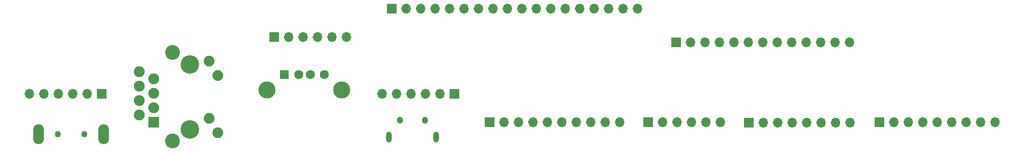
<source format=gbr>
%TF.GenerationSoftware,KiCad,Pcbnew,6.0.5*%
%TF.CreationDate,2022-05-09T00:08:56+02:00*%
%TF.ProjectId,gauge,67617567-652e-46b6-9963-61645f706362,rev?*%
%TF.SameCoordinates,Original*%
%TF.FileFunction,Soldermask,Bot*%
%TF.FilePolarity,Negative*%
%FSLAX46Y46*%
G04 Gerber Fmt 4.6, Leading zero omitted, Abs format (unit mm)*
G04 Created by KiCad (PCBNEW 6.0.5) date 2022-05-09 00:08:56*
%MOMM*%
%LPD*%
G01*
G04 APERTURE LIST*
%ADD10R,1.700000X1.700000*%
%ADD11O,1.700000X1.700000*%
%ADD12O,1.000000X1.900000*%
%ADD13O,1.050000X1.250000*%
%ADD14C,3.250000*%
%ADD15C,2.600000*%
%ADD16C,1.890000*%
%ADD17R,1.900000X1.900000*%
%ADD18C,1.900000*%
%ADD19R,1.600000X1.500000*%
%ADD20C,1.600000*%
%ADD21C,3.000000*%
%ADD22C,1.100000*%
%ADD23O,1.900000X3.500000*%
G04 APERTURE END LIST*
D10*
%TO.C,J4*%
X140380000Y-115000000D03*
D11*
X142920000Y-115000000D03*
X145460000Y-115000000D03*
X148000000Y-115000000D03*
X150540000Y-115000000D03*
X153080000Y-115000000D03*
%TD*%
D10*
%TO.C,J15*%
X95375000Y-95000000D03*
D11*
X97915000Y-95000000D03*
X100455000Y-95000000D03*
X102995000Y-95000000D03*
X105535000Y-95000000D03*
X108075000Y-95000000D03*
X110615000Y-95000000D03*
X113155000Y-95000000D03*
X115695000Y-95000000D03*
X118235000Y-95000000D03*
X120775000Y-95000000D03*
X123315000Y-95000000D03*
X125855000Y-95000000D03*
X128395000Y-95000000D03*
X130935000Y-95000000D03*
X133475000Y-95000000D03*
X136015000Y-95000000D03*
X138555000Y-95000000D03*
%TD*%
D10*
%TO.C,J7*%
X74650000Y-100000000D03*
D11*
X77190000Y-100000000D03*
X79730000Y-100000000D03*
X82270000Y-100000000D03*
X84810000Y-100000000D03*
X87350000Y-100000000D03*
%TD*%
D10*
%TO.C,J12*%
X106350000Y-110000000D03*
D11*
X103810000Y-110000000D03*
X101270000Y-110000000D03*
X98730000Y-110000000D03*
X96190000Y-110000000D03*
X93650000Y-110000000D03*
%TD*%
D10*
%TO.C,J11*%
X181000000Y-115000000D03*
D11*
X183540000Y-115000000D03*
X186080000Y-115000000D03*
X188620000Y-115000000D03*
X191160000Y-115000000D03*
X193700000Y-115000000D03*
X196240000Y-115000000D03*
X198780000Y-115000000D03*
X201320000Y-115000000D03*
%TD*%
D12*
%TO.C,J3*%
X94825000Y-117675000D03*
D13*
X101225000Y-114675000D03*
X96775000Y-114675000D03*
D12*
X103175000Y-117675000D03*
%TD*%
D14*
%TO.C,J1*%
X59895000Y-104840000D03*
X59895000Y-116270000D03*
D15*
X56845000Y-102780000D03*
X56845000Y-118330000D03*
D16*
X63275000Y-104230000D03*
X64795000Y-106770000D03*
X63275000Y-114340000D03*
X64795000Y-116880000D03*
D17*
X53555000Y-115000000D03*
D18*
X51015000Y-113730000D03*
X53555000Y-112460000D03*
X51015000Y-111190000D03*
X53555000Y-109920000D03*
X51015000Y-108650000D03*
X53555000Y-107380000D03*
X51015000Y-106110000D03*
%TD*%
D10*
%TO.C,J9*%
X44350000Y-110000000D03*
D11*
X41810000Y-110000000D03*
X39270000Y-110000000D03*
X36730000Y-110000000D03*
X34190000Y-110000000D03*
X31650000Y-110000000D03*
%TD*%
D19*
%TO.C,J6*%
X76500000Y-106640000D03*
D20*
X79000000Y-106640000D03*
X81000000Y-106640000D03*
X83500000Y-106640000D03*
D21*
X86570000Y-109350000D03*
X73430000Y-109350000D03*
%TD*%
D22*
%TO.C,J2*%
X36700000Y-117100000D03*
X41300000Y-117100000D03*
D23*
X33300000Y-117100000D03*
X44700000Y-117100000D03*
%TD*%
D10*
%TO.C,J10*%
X158120000Y-115095000D03*
D11*
X160660000Y-115095000D03*
X163200000Y-115095000D03*
X165740000Y-115095000D03*
X168280000Y-115095000D03*
X170820000Y-115095000D03*
X173360000Y-115095000D03*
X175900000Y-115095000D03*
%TD*%
D10*
%TO.C,J13*%
X112525000Y-115000000D03*
D11*
X115065000Y-115000000D03*
X117605000Y-115000000D03*
X120145000Y-115000000D03*
X122685000Y-115000000D03*
X125225000Y-115000000D03*
X127765000Y-115000000D03*
X130305000Y-115000000D03*
X132845000Y-115000000D03*
X135385000Y-115000000D03*
%TD*%
D10*
%TO.C,J8*%
X145275000Y-101000000D03*
D11*
X147815000Y-101000000D03*
X150355000Y-101000000D03*
X152895000Y-101000000D03*
X155435000Y-101000000D03*
X157975000Y-101000000D03*
X160515000Y-101000000D03*
X163055000Y-101000000D03*
X165595000Y-101000000D03*
X168135000Y-101000000D03*
X170675000Y-101000000D03*
X173215000Y-101000000D03*
X175755000Y-101000000D03*
%TD*%
M02*

</source>
